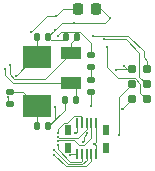
<source format=gbr>
%TF.GenerationSoftware,KiCad,Pcbnew,9.0.0*%
%TF.CreationDate,2025-03-13T15:54:17-04:00*%
%TF.ProjectId,IngestibleCapsule-Board,496e6765-7374-4696-926c-654361707375,rev?*%
%TF.SameCoordinates,Original*%
%TF.FileFunction,Copper,L2,Bot*%
%TF.FilePolarity,Positive*%
%FSLAX46Y46*%
G04 Gerber Fmt 4.6, Leading zero omitted, Abs format (unit mm)*
G04 Created by KiCad (PCBNEW 9.0.0) date 2025-03-13 15:54:17*
%MOMM*%
%LPD*%
G01*
G04 APERTURE LIST*
G04 Aperture macros list*
%AMRoundRect*
0 Rectangle with rounded corners*
0 $1 Rounding radius*
0 $2 $3 $4 $5 $6 $7 $8 $9 X,Y pos of 4 corners*
0 Add a 4 corners polygon primitive as box body*
4,1,4,$2,$3,$4,$5,$6,$7,$8,$9,$2,$3,0*
0 Add four circle primitives for the rounded corners*
1,1,$1+$1,$2,$3*
1,1,$1+$1,$4,$5*
1,1,$1+$1,$6,$7*
1,1,$1+$1,$8,$9*
0 Add four rect primitives between the rounded corners*
20,1,$1+$1,$2,$3,$4,$5,0*
20,1,$1+$1,$4,$5,$6,$7,0*
20,1,$1+$1,$6,$7,$8,$9,0*
20,1,$1+$1,$8,$9,$2,$3,0*%
G04 Aperture macros list end*
%TA.AperFunction,SMDPad,CuDef*%
%ADD10R,2.400000X1.900000*%
%TD*%
%TA.AperFunction,SMDPad,CuDef*%
%ADD11R,0.220000X0.900000*%
%TD*%
%TA.AperFunction,SMDPad,CuDef*%
%ADD12R,0.500000X0.850000*%
%TD*%
%TA.AperFunction,ConnectorPad*%
%ADD13C,0.787400*%
%TD*%
%TA.AperFunction,SMDPad,CuDef*%
%ADD14RoundRect,0.135000X-0.185000X0.135000X-0.185000X-0.135000X0.185000X-0.135000X0.185000X0.135000X0*%
%TD*%
%TA.AperFunction,SMDPad,CuDef*%
%ADD15RoundRect,0.140000X0.140000X0.170000X-0.140000X0.170000X-0.140000X-0.170000X0.140000X-0.170000X0*%
%TD*%
%TA.AperFunction,SMDPad,CuDef*%
%ADD16RoundRect,0.225000X-0.225000X-0.250000X0.225000X-0.250000X0.225000X0.250000X-0.225000X0.250000X0*%
%TD*%
%TA.AperFunction,SMDPad,CuDef*%
%ADD17RoundRect,0.140000X-0.140000X-0.170000X0.140000X-0.170000X0.140000X0.170000X-0.140000X0.170000X0*%
%TD*%
%TA.AperFunction,SMDPad,CuDef*%
%ADD18RoundRect,0.147500X0.172500X-0.147500X0.172500X0.147500X-0.172500X0.147500X-0.172500X-0.147500X0*%
%TD*%
%TA.AperFunction,SMDPad,CuDef*%
%ADD19R,1.800000X1.000000*%
%TD*%
%TA.AperFunction,ViaPad*%
%ADD20C,0.250000*%
%TD*%
%TA.AperFunction,Conductor*%
%ADD21C,0.100000*%
%TD*%
G04 APERTURE END LIST*
D10*
%TO.P,Y1,1,1*%
%TO.N,Net-(C2-Pad2)*%
X95800000Y-76800000D03*
%TO.P,Y1,2,2*%
%TO.N,Net-(U1-PF0)*%
X95800000Y-72700000D03*
%TD*%
D11*
%TO.P,J5,1,1*%
%TO.N,GND*%
X100800001Y-78285001D03*
%TO.P,J5,2,2*%
%TO.N,/MCU_SPI_MISO*%
X100399999Y-78285001D03*
%TO.P,J5,3,3*%
%TO.N,/MCU_SPI_MOSI*%
X100000000Y-78285001D03*
%TO.P,J5,4,4*%
%TO.N,/MCU_MEM_CS*%
X99600001Y-78285001D03*
%TO.P,J5,5,5*%
%TO.N,+3.3V*%
X99199999Y-78285001D03*
%TO.P,J5,6,6*%
%TO.N,GND*%
X100800001Y-80914999D03*
%TO.P,J5,7,7*%
%TO.N,/MCU_RF_IRQ*%
X100399999Y-80914999D03*
%TO.P,J5,8,8*%
%TO.N,/MCU_RF_CS*%
X100000000Y-80914999D03*
%TO.P,J5,9,9*%
%TO.N,/MCU_SPI_SCK*%
X99600001Y-80914999D03*
%TO.P,J5,10,10*%
%TO.N,+3.3V*%
X99199999Y-80914999D03*
D12*
%TO.P,J5,P1*%
%TO.N,N/C*%
X101600000Y-80340000D03*
%TO.P,J5,P2*%
X98400003Y-80340000D03*
%TO.P,J5,P3*%
X101600000Y-78860000D03*
%TO.P,J5,P4*%
X98400003Y-78860000D03*
%TD*%
D13*
%TO.P,J1,1,VCC*%
%TO.N,+3.3V*%
X103830000Y-76240000D03*
%TO.P,J1,2,SWDIO*%
%TO.N,/Processor/SWDIO*%
X105100000Y-76240000D03*
%TO.P,J1,3,~{RESET}*%
%TO.N,/Processor/NRST*%
X103830000Y-74970000D03*
%TO.P,J1,4,SWCLK*%
%TO.N,/Processor/SWCLK*%
X105100000Y-74970000D03*
%TO.P,J1,5,GND*%
%TO.N,GND*%
X103830000Y-73700000D03*
%TO.P,J1,6,SWO*%
%TO.N,/Processor/SWO*%
X105100000Y-73700000D03*
%TD*%
D14*
%TO.P,R4,1*%
%TO.N,Net-(D1-K)*%
X100400000Y-74590000D03*
%TO.P,R4,2*%
%TO.N,GND*%
X100400000Y-75610000D03*
%TD*%
D15*
%TO.P,C2,1*%
%TO.N,GND*%
X96760000Y-78500000D03*
%TO.P,C2,2*%
%TO.N,Net-(C2-Pad2)*%
X95800000Y-78500000D03*
%TD*%
D16*
%TO.P,C24,1*%
%TO.N,+3.3V*%
X99225000Y-68600000D03*
%TO.P,C24,2*%
%TO.N,GND*%
X100775000Y-68600000D03*
%TD*%
D17*
%TO.P,C4,1*%
%TO.N,GND*%
X98140000Y-76300000D03*
%TO.P,C4,2*%
%TO.N,Net-(U1-PC15)*%
X99100000Y-76300000D03*
%TD*%
D18*
%TO.P,D1,1,K*%
%TO.N,Net-(D1-K)*%
X100400000Y-73485000D03*
%TO.P,D1,2,A*%
%TO.N,/Processor/LED_OUT*%
X100400000Y-72515000D03*
%TD*%
D14*
%TO.P,R1,1*%
%TO.N,Net-(C2-Pad2)*%
X93500000Y-75590000D03*
%TO.P,R1,2*%
%TO.N,Net-(U1-PF1)*%
X93500000Y-76610000D03*
%TD*%
D15*
%TO.P,C1,1*%
%TO.N,GND*%
X96760000Y-71000000D03*
%TO.P,C1,2*%
%TO.N,Net-(U1-PF0)*%
X95800000Y-71000000D03*
%TD*%
D17*
%TO.P,C3,1*%
%TO.N,GND*%
X98220000Y-71000000D03*
%TO.P,C3,2*%
%TO.N,Net-(U1-PC14)*%
X99180000Y-71000000D03*
%TD*%
D19*
%TO.P,Y2,1,1*%
%TO.N,Net-(U1-PC15)*%
X98671772Y-74850000D03*
%TO.P,Y2,2,2*%
%TO.N,Net-(U1-PC14)*%
X98671772Y-72350000D03*
%TD*%
D20*
%TO.N,Net-(U1-PF0)*%
X94000000Y-74250000D03*
%TO.N,GND*%
X100400000Y-76850000D03*
X99700000Y-79850000D03*
X100650000Y-80000000D03*
X97300000Y-70350000D03*
X103150000Y-73400000D03*
X100050000Y-79125000D03*
X102000000Y-69350000D03*
X98900000Y-69750000D03*
X102450000Y-73750000D03*
X97300000Y-76900000D03*
%TO.N,Net-(U1-PC14)*%
X93500000Y-73300000D03*
%TO.N,Net-(U1-PC15)*%
X93100000Y-73700000D03*
%TO.N,+3.3V*%
X97400000Y-69200000D03*
X98600000Y-81000000D03*
X95250000Y-70550000D03*
X103025000Y-77100000D03*
X99050000Y-79125000D03*
%TO.N,/Processor/NRST*%
X102750000Y-79300000D03*
%TO.N,/Processor/LED_OUT*%
X97550000Y-70925000D03*
%TO.N,/Processor/SWO*%
X100550000Y-70850000D03*
%TO.N,/Processor/SWDIO*%
X101737500Y-71850000D03*
%TO.N,/Processor/SWCLK*%
X101450000Y-71150000D03*
%TO.N,Net-(U1-PF1)*%
X93312500Y-76085000D03*
%TO.N,/MCU_SPI_MOSI*%
X97544408Y-79449447D03*
%TO.N,/MCU_MEM_CS*%
X97564136Y-79100000D03*
%TO.N,/MCU_SPI_MISO*%
X97550000Y-79800000D03*
%TO.N,/MCU_RF_IRQ*%
X97230545Y-80919455D03*
%TO.N,/MCU_RF_CS*%
X97250000Y-80550000D03*
%TO.N,/MCU_SPI_SCK*%
X97550000Y-80150003D03*
%TD*%
D21*
%TO.N,Net-(U1-PF0)*%
X94000000Y-74250000D02*
X95550000Y-72700000D01*
X95550000Y-72700000D02*
X95800000Y-72700000D01*
X95800000Y-72700000D02*
X95800000Y-71000000D01*
%TO.N,GND*%
X100050000Y-79125000D02*
X99750000Y-79425000D01*
X102450000Y-73750000D02*
X102500000Y-73700000D01*
X101250000Y-68600000D02*
X102000000Y-69350000D01*
X100800001Y-80150001D02*
X100650000Y-80000000D01*
X103830000Y-73700000D02*
X103450000Y-73700000D01*
X98140000Y-76300000D02*
X98140000Y-77120000D01*
X96960000Y-71200000D02*
X96760000Y-71000000D01*
X97300000Y-77960000D02*
X97300000Y-76900000D01*
X102000000Y-69350000D02*
X101575000Y-69775000D01*
X99750000Y-79800000D02*
X99700000Y-79850000D01*
X98925000Y-69775000D02*
X98900000Y-69750000D01*
X96760000Y-78500000D02*
X97300000Y-77960000D01*
X98220000Y-71000000D02*
X98020000Y-71200000D01*
X98020000Y-71200000D02*
X96960000Y-71200000D01*
X100775000Y-68600000D02*
X101250000Y-68600000D01*
X101575000Y-69775000D02*
X98925000Y-69775000D01*
X99750000Y-79425000D02*
X99750000Y-79800000D01*
X97900000Y-69750000D02*
X98900000Y-69750000D01*
X103450000Y-73700000D02*
X103150000Y-73400000D01*
X98140000Y-77120000D02*
X96760000Y-78500000D01*
X102500000Y-73700000D02*
X103830000Y-73700000D01*
X100400000Y-76850000D02*
X100400000Y-75610000D01*
X100800001Y-78285001D02*
X100800001Y-79849999D01*
X97300000Y-70350000D02*
X97900000Y-69750000D01*
X96760000Y-70890000D02*
X97300000Y-70350000D01*
X100800001Y-79849999D02*
X100650000Y-80000000D01*
X96760000Y-71000000D02*
X96760000Y-70890000D01*
X100800001Y-80914999D02*
X100800001Y-80150001D01*
%TO.N,Net-(C2-Pad2)*%
X94590000Y-75590000D02*
X95800000Y-76800000D01*
X93500000Y-75590000D02*
X94590000Y-75590000D01*
X95800000Y-76800000D02*
X95800000Y-78500000D01*
%TO.N,Net-(U1-PC14)*%
X93885677Y-74526000D02*
X96495772Y-74526000D01*
X98671772Y-72350000D02*
X98671772Y-71508228D01*
X93500000Y-73300000D02*
X93500000Y-74140323D01*
X93500000Y-74140323D02*
X93885677Y-74526000D01*
X96495772Y-74526000D02*
X98671772Y-72350000D01*
X98671772Y-71508228D02*
X99180000Y-71000000D01*
%TO.N,Net-(U1-PC15)*%
X93100000Y-74200000D02*
X93750000Y-74850000D01*
X99100000Y-75278228D02*
X98671772Y-74850000D01*
X93100000Y-73700000D02*
X93100000Y-74200000D01*
X99100000Y-76300000D02*
X99100000Y-75278228D01*
X93750000Y-74850000D02*
X98671772Y-74850000D01*
%TO.N,+3.3V*%
X99225000Y-68600000D02*
X98000000Y-68600000D01*
X99199999Y-78285001D02*
X99199999Y-78975001D01*
X99199999Y-78975001D02*
X99050000Y-79125000D01*
X99199999Y-80914999D02*
X98685001Y-80914999D01*
X95250000Y-70550000D02*
X96600000Y-69200000D01*
X103100000Y-77025000D02*
X103100000Y-76970000D01*
X98000000Y-68600000D02*
X97400000Y-69200000D01*
X103025000Y-77100000D02*
X103100000Y-77025000D01*
X96600000Y-69200000D02*
X97400000Y-69200000D01*
X98685001Y-80914999D02*
X98600000Y-81000000D01*
X103100000Y-76970000D02*
X103830000Y-76240000D01*
%TO.N,/Processor/NRST*%
X102750000Y-76050000D02*
X103830000Y-74970000D01*
X102750000Y-79300000D02*
X102750000Y-76050000D01*
%TO.N,/Processor/LED_OUT*%
X99444416Y-70539000D02*
X100400000Y-71494584D01*
X97550000Y-70800000D02*
X97811000Y-70539000D01*
X100400000Y-71494584D02*
X100400000Y-72515000D01*
X97811000Y-70539000D02*
X99444416Y-70539000D01*
X97550000Y-70925000D02*
X97550000Y-70800000D01*
%TO.N,Net-(D1-K)*%
X100400000Y-73485000D02*
X100400000Y-74590000D01*
%TO.N,/Processor/SWO*%
X103500000Y-70850000D02*
X100550000Y-70850000D01*
X105100000Y-73700000D02*
X105100000Y-72963006D01*
X104834700Y-72697706D02*
X104834700Y-72184700D01*
X104834700Y-72184700D02*
X103500000Y-70850000D01*
X105100000Y-72963006D02*
X104834700Y-72697706D01*
%TO.N,/Processor/SWDIO*%
X104055623Y-74425300D02*
X104555300Y-74924977D01*
X104555300Y-75695300D02*
X105100000Y-76240000D01*
X101737500Y-71850000D02*
X101737500Y-73537500D01*
X104555300Y-74924977D02*
X104555300Y-75695300D01*
X101737500Y-73537500D02*
X102625300Y-74425300D01*
X102625300Y-74425300D02*
X104055623Y-74425300D01*
%TO.N,/Processor/SWCLK*%
X103300000Y-71150000D02*
X101450000Y-71150000D01*
X105100000Y-74970000D02*
X104450000Y-74320000D01*
X104450000Y-74320000D02*
X104450000Y-72300000D01*
X104450000Y-72300000D02*
X103300000Y-71150000D01*
%TO.N,Net-(U1-PF1)*%
X93312500Y-76085000D02*
X93312500Y-76422500D01*
X93312500Y-76422500D02*
X93500000Y-76610000D01*
%TO.N,/MCU_SPI_MOSI*%
X99262500Y-79525000D02*
X97619961Y-79525000D01*
X97619961Y-79525000D02*
X97544408Y-79449447D01*
X100000000Y-78787500D02*
X99938500Y-78849000D01*
X99938500Y-78849000D02*
X99935677Y-78849000D01*
X99935677Y-78849000D02*
X99774000Y-79010677D01*
X100000000Y-78285001D02*
X100000000Y-78787500D01*
X99774000Y-79010677D02*
X99774000Y-79013500D01*
X99774000Y-79013500D02*
X99262500Y-79525000D01*
%TO.N,/MCU_MEM_CS*%
X98938999Y-77684001D02*
X99498001Y-77684001D01*
X99600001Y-77786001D02*
X99600001Y-78285001D01*
X98339000Y-78284000D02*
X98938999Y-77684001D01*
X97564136Y-78785864D02*
X98066000Y-78284000D01*
X99498001Y-77684001D02*
X99600001Y-77786001D01*
X98066000Y-78284000D02*
X98339000Y-78284000D01*
X97564136Y-79100000D02*
X97564136Y-78785864D01*
%TO.N,/MCU_SPI_MISO*%
X100399999Y-79540324D02*
X99814323Y-80126000D01*
X97624553Y-79725447D02*
X97550000Y-79800000D01*
X100399999Y-78285001D02*
X100399999Y-79540324D01*
X99326000Y-80126000D02*
X98925447Y-79725447D01*
X99814323Y-80126000D02*
X99326000Y-80126000D01*
X98925447Y-79725447D02*
X97624553Y-79725447D01*
%TO.N,/MCU_RF_IRQ*%
X100399999Y-80914999D02*
X100399999Y-81464999D01*
X98229089Y-81917999D02*
X97230545Y-80919455D01*
X99946999Y-81917999D02*
X98229089Y-81917999D01*
X100399999Y-81464999D02*
X99946999Y-81917999D01*
%TO.N,/MCU_RF_CS*%
X97250000Y-80550000D02*
X98416999Y-81716999D01*
X98416999Y-81716999D02*
X99632258Y-81716999D01*
X99632258Y-81716999D02*
X100000000Y-81349257D01*
X100000000Y-81349257D02*
X100000000Y-80914999D01*
%TO.N,/MCU_SPI_SCK*%
X99600001Y-80914999D02*
X99600001Y-81464999D01*
X97550000Y-80465003D02*
X97550000Y-80150003D01*
X98600996Y-81515999D02*
X97550000Y-80465003D01*
X99549001Y-81515999D02*
X98600996Y-81515999D01*
X99600001Y-81464999D02*
X99549001Y-81515999D01*
%TD*%
M02*

</source>
